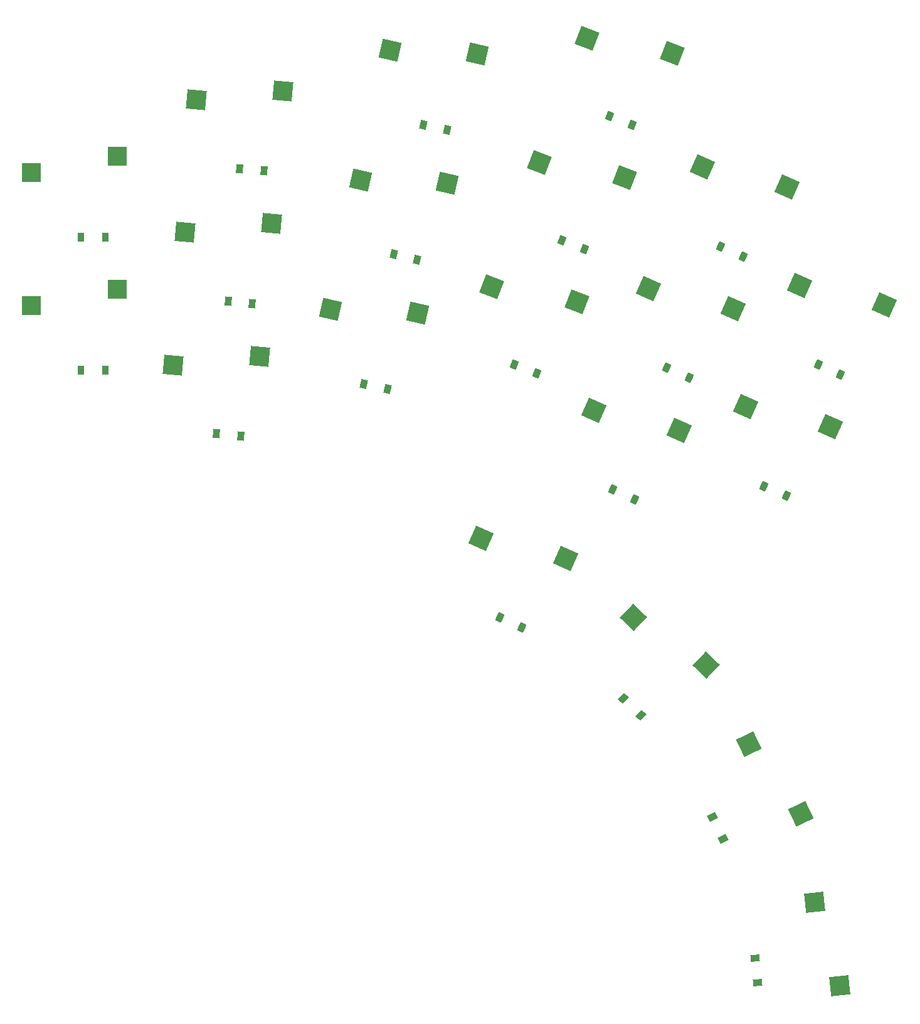
<source format=gbr>
%TF.GenerationSoftware,KiCad,Pcbnew,8.0.4*%
%TF.CreationDate,2024-09-03T17:33:54-06:00*%
%TF.ProjectId,swallowtail_split_rev2,7377616c-6c6f-4777-9461-696c5f73706c,v1.0.0*%
%TF.SameCoordinates,Original*%
%TF.FileFunction,Paste,Top*%
%TF.FilePolarity,Positive*%
%FSLAX46Y46*%
G04 Gerber Fmt 4.6, Leading zero omitted, Abs format (unit mm)*
G04 Created by KiCad (PCBNEW 8.0.4) date 2024-09-03 17:33:54*
%MOMM*%
%LPD*%
G01*
G04 APERTURE LIST*
G04 Aperture macros list*
%AMRotRect*
0 Rectangle, with rotation*
0 The origin of the aperture is its center*
0 $1 length*
0 $2 width*
0 $3 Rotation angle, in degrees counterclockwise*
0 Add horizontal line*
21,1,$1,$2,0,0,$3*%
G04 Aperture macros list end*
%ADD10R,2.600000X2.600000*%
%ADD11RotRect,2.600000X2.600000X355.000000*%
%ADD12RotRect,2.600000X2.600000X347.000000*%
%ADD13RotRect,2.600000X2.600000X339.000000*%
%ADD14RotRect,2.600000X2.600000X336.000000*%
%ADD15RotRect,2.600000X2.600000X316.000000*%
%ADD16RotRect,2.600000X2.600000X296.000000*%
%ADD17RotRect,2.600000X2.600000X276.000000*%
%ADD18R,0.900000X1.200000*%
%ADD19RotRect,0.900000X1.200000X355.000000*%
%ADD20RotRect,0.900000X1.200000X347.000000*%
%ADD21RotRect,0.900000X1.200000X339.000000*%
%ADD22RotRect,0.900000X1.200000X336.000000*%
%ADD23RotRect,0.900000X1.200000X316.000000*%
%ADD24RotRect,0.900000X1.200000X296.000000*%
%ADD25RotRect,0.900000X1.200000X276.000000*%
G04 APERTURE END LIST*
D10*
%TO.C,S1*%
X103275000Y-76100000D03*
X91725000Y-78300000D03*
%TD*%
%TO.C,S2*%
X103275000Y-58150000D03*
X91725000Y-60350000D03*
%TD*%
D11*
%TO.C,S3*%
X122542581Y-85169493D03*
X110844790Y-86354472D03*
%TD*%
%TO.C,S4*%
X124107027Y-67287798D03*
X112409236Y-68472777D03*
%TD*%
%TO.C,S5*%
X125671472Y-49406103D03*
X113973681Y-50591082D03*
%TD*%
D12*
%TO.C,S6*%
X143820193Y-79332764D03*
X132071326Y-78878193D03*
%TD*%
%TO.C,S7*%
X147858064Y-61842822D03*
X136109197Y-61388251D03*
%TD*%
%TO.C,S8*%
X151895936Y-44352879D03*
X140147069Y-43898308D03*
%TD*%
D13*
%TO.C,S9*%
X165392614Y-77858740D03*
X153821351Y-75773468D03*
%TD*%
%TO.C,S10*%
X171825319Y-61100971D03*
X160254056Y-59015699D03*
%TD*%
%TO.C,S11*%
X178258023Y-44343203D03*
X166686760Y-42257931D03*
%TD*%
D14*
%TO.C,S12*%
X179123124Y-95153031D03*
X167676854Y-92465023D03*
%TD*%
%TO.C,S13*%
X186424046Y-78754890D03*
X174977776Y-76066882D03*
%TD*%
%TO.C,S14*%
X193724969Y-62356749D03*
X182278699Y-59668741D03*
%TD*%
%TO.C,S15*%
X199582660Y-94684136D03*
X188136390Y-91996128D03*
%TD*%
%TO.C,S16*%
X206883583Y-78285995D03*
X195437313Y-75597987D03*
%TD*%
%TO.C,S17*%
X163871454Y-112444548D03*
X152425184Y-109756540D03*
%TD*%
D15*
%TO.C,S18*%
X182786317Y-126888917D03*
X172949694Y-120448161D03*
%TD*%
D16*
%TO.C,S19*%
X195620208Y-146931448D03*
X188579674Y-137514793D03*
%TD*%
D17*
%TO.C,S20*%
X200825172Y-170154716D03*
X197429920Y-158897951D03*
%TD*%
D18*
%TO.C,D1*%
X98350000Y-87050000D03*
X101650000Y-87050000D03*
%TD*%
%TO.C,D2*%
X98350000Y-69100000D03*
X101650000Y-69100000D03*
%TD*%
D19*
%TO.C,D3*%
X116681968Y-95648582D03*
X119969410Y-95936196D03*
%TD*%
%TO.C,D4*%
X118246413Y-77766888D03*
X121533855Y-78054502D03*
%TD*%
%TO.C,D5*%
X119810859Y-59885193D03*
X123098301Y-60172807D03*
%TD*%
D20*
%TO.C,D6*%
X136558206Y-88894233D03*
X139773628Y-89636571D03*
%TD*%
%TO.C,D7*%
X140596077Y-71404290D03*
X143811499Y-72146628D03*
%TD*%
%TO.C,D8*%
X144633948Y-53914347D03*
X147849370Y-54656685D03*
%TD*%
D21*
%TO.C,D9*%
X156870601Y-86316484D03*
X159951417Y-87499098D03*
%TD*%
%TO.C,D10*%
X163303306Y-69558715D03*
X166384122Y-70741329D03*
%TD*%
%TO.C,D11*%
X169736011Y-52800947D03*
X172816827Y-53983561D03*
%TD*%
D22*
%TO.C,D12*%
X170170146Y-103153176D03*
X173184846Y-104495406D03*
%TD*%
%TO.C,D13*%
X177471069Y-86755035D03*
X180485769Y-88097265D03*
%TD*%
%TO.C,D14*%
X184771992Y-70356894D03*
X187786692Y-71699124D03*
%TD*%
%TO.C,D15*%
X190629683Y-102684281D03*
X193644383Y-104026511D03*
%TD*%
%TO.C,D16*%
X197930606Y-86286140D03*
X200945306Y-87628370D03*
%TD*%
%TO.C,D17*%
X154918477Y-120444693D03*
X157933177Y-121786923D03*
%TD*%
D23*
%TO.C,D18*%
X171637059Y-131344496D03*
X174010881Y-133636868D03*
%TD*%
D24*
%TO.C,D19*%
X183619436Y-147305052D03*
X185066060Y-150271072D03*
%TD*%
D25*
%TO.C,D20*%
X189420354Y-166401282D03*
X189765298Y-169683204D03*
%TD*%
M02*

</source>
